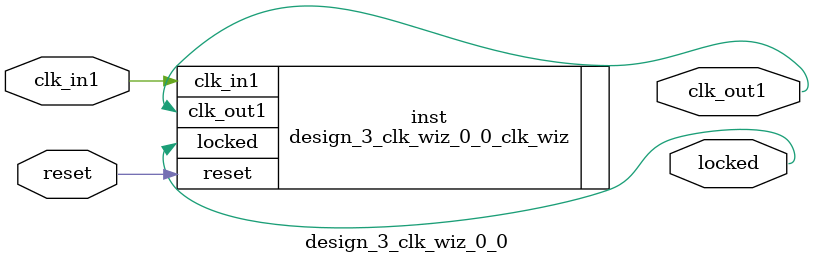
<source format=v>


`timescale 1ps/1ps

(* CORE_GENERATION_INFO = "design_3_clk_wiz_0_0,clk_wiz_v6_0_5_0_0,{component_name=design_3_clk_wiz_0_0,use_phase_alignment=true,use_min_o_jitter=false,use_max_i_jitter=false,use_dyn_phase_shift=false,use_inclk_switchover=false,use_dyn_reconfig=false,enable_axi=0,feedback_source=FDBK_AUTO,PRIMITIVE=MMCM,num_out_clk=1,clkin1_period=8.000,clkin2_period=10.000,use_power_down=false,use_reset=true,use_locked=true,use_inclk_stopped=false,feedback_type=SINGLE,CLOCK_MGR_TYPE=NA,manual_override=false}" *)

module design_3_clk_wiz_0_0 
 (
  // Clock out ports
  output        clk_out1,
  // Status and control signals
  input         reset,
  output        locked,
 // Clock in ports
  input         clk_in1
 );

  design_3_clk_wiz_0_0_clk_wiz inst
  (
  // Clock out ports  
  .clk_out1(clk_out1),
  // Status and control signals               
  .reset(reset), 
  .locked(locked),
 // Clock in ports
  .clk_in1(clk_in1)
  );

endmodule

</source>
